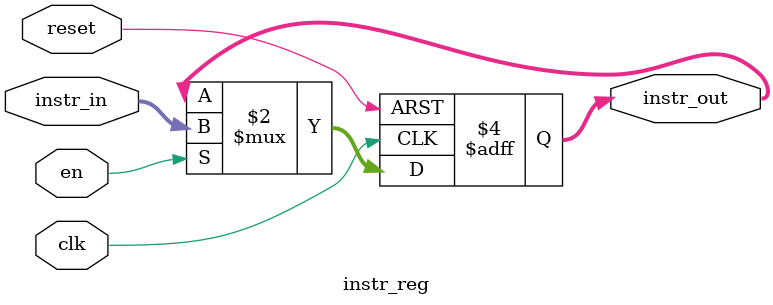
<source format=v>
module instr_reg (
    input wire clk,               // Clock signal
    input wire reset,             // Synchronous reset signal
    input wire en,                // Enable signal to load the instruction
    input wire [31:0] instr_in,   // Input instruction from instruction memory
    output reg [31:0] instr_out   // Output instruction to the decode logic
);

    // Load the instruction on the rising edge of the clock if enabled
    // Reset asynchronously sets the instruction to zero
    always @(posedge clk or posedge reset) begin
        if (reset) begin
            // Clear the instruction register if reset is asserted
            instr_out <= 32'b0;
        end
        else if (en) begin
            // Load the instruction into the register when enabled
            instr_out <= instr_in;
        end
    end

endmodule

</source>
